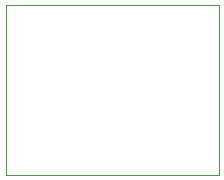
<source format=gbr>
%TF.GenerationSoftware,KiCad,Pcbnew,(6.0.7-1)-1*%
%TF.CreationDate,2022-12-10T20:08:07+13:00*%
%TF.ProjectId,bauble_pcb,62617562-6c65-45f7-9063-622e6b696361,rev?*%
%TF.SameCoordinates,Original*%
%TF.FileFunction,Profile,NP*%
%FSLAX46Y46*%
G04 Gerber Fmt 4.6, Leading zero omitted, Abs format (unit mm)*
G04 Created by KiCad (PCBNEW (6.0.7-1)-1) date 2022-12-10 20:08:07*
%MOMM*%
%LPD*%
G01*
G04 APERTURE LIST*
%TA.AperFunction,Profile*%
%ADD10C,0.100000*%
%TD*%
G04 APERTURE END LIST*
D10*
X137600000Y-90400000D02*
X155600000Y-90400000D01*
X155600000Y-90400000D02*
X155600000Y-104800000D01*
X137600000Y-104800000D02*
X137600000Y-90400000D01*
X155600000Y-104800000D02*
X137600000Y-104800000D01*
M02*

</source>
